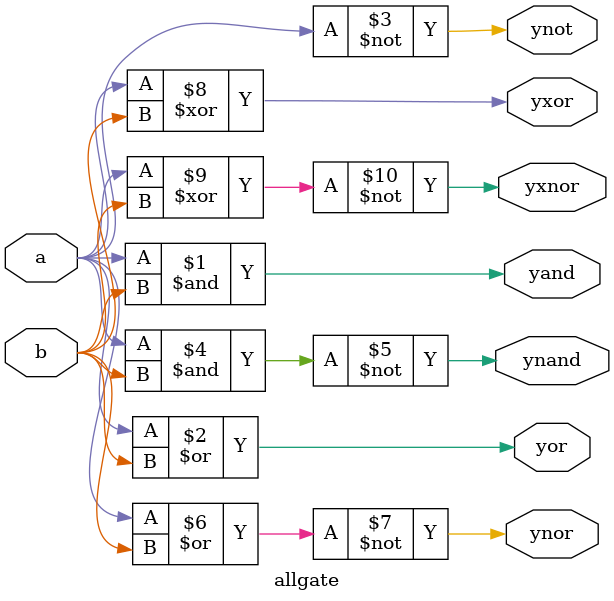
<source format=v>

module lab1_ex1(SW,LEDG,LEDR);
	input[17:0] SW;
	output[7:0] LEDG;
	output[17:0] LEDR;
	assign LEDR=SW;
	allgate DUT(SW[1],SW[2],LEDG[5],LEDG[4],LEDG[3],LEDG[2],LEDG[1],LEDG[0]);
endmodule

module allgate ( a, b, yand,yor,ynot,ynand,ynor,yxor,yxnor );
	input a,b;
	output yand, yor, ynot, ynand, ynor, yxor, yxnor;
	assign yand = a & b;		// AND Operation
	assign yor = a | b;		// OR Operation
	assign ynot = ~a ;		// NOT Operation
	assign ynand = ~(a & b);	// NAND Operation
	assign ynor = ~(a | b);		//NOR Operation
	assign yxor = a ^ b;		//XOR Operation
	assign yxnor =~(a^b);		//XNOR Operation
endmodule


// behavior
//module lab1_ex1(SW,LEDG,LEDR);
//	input[17:0] SW;
//	output[7:0] LEDG;
//	output[17:0] LEDR;
//	assign LEDR=SW;
//	allgate_BH DUT(SW[1],SW[2],LEDG[5],LEDG[4],LEDG[3],LEDG[2],LEDG[1],LEDG[0]);
//endmodule
//
//module allgate_BH ( a, b, yand,yor,ynot,ynand,ynor,yxor,yxnor );
//	input a,b;
//	output  yand, yor, ynot, ynand, ynor, yxor, yxnor;
//	reg  yand, yor, ynot, ynand, ynor, yxor, yxnor;
//	always @(*)
//	begin
//		 yand = a & b;		// AND Operation
//		 yor = a | b;		// OR Operation
//		 ynot = ~a ;		// NOT Operation
//		 ynand = ~(a & b);	// NAND Operation
//		 ynor = ~(a | b);		//NOR Operation
//		 yxor = a ^ b;		//XOR Operation
//		 yxnor =~(a^b);		//XNOR Operation
//	end
//endmodule




</source>
